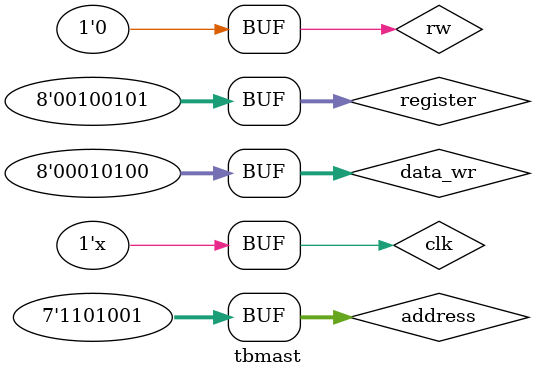
<source format=v>
module tbmast;

            // Inputs
            reg [6:0] address;
            reg [7:0] register;
            reg [7:0] data;
            reg [7:0] data_wr;
            reg clk;
            reg rw;

            // Outputs
            wire sda;
            wire scl;

            // Instantiate the Unit Under Test (UUT)
            master uut (
                        .address(address),
                        .register(register),
                        .clk(clk),
                        .rw(rw), 
                        .sda(sda),
                        .scl(scl),
                        .data(data),
                        .data_wr(data_wr)
            );

            initial begin
                        // Initialize Inputs
                        address = 105;
                        register = 7'b0100101;
                        clk = 0;
                        rw = 0;
                        data_wr = 20;

                        // Wait 100 ns for global reset to finish
                        #100;
       
                        // Add stimulus here

            end
      always
                        #1 clk = !clk;
endmodule
</source>
